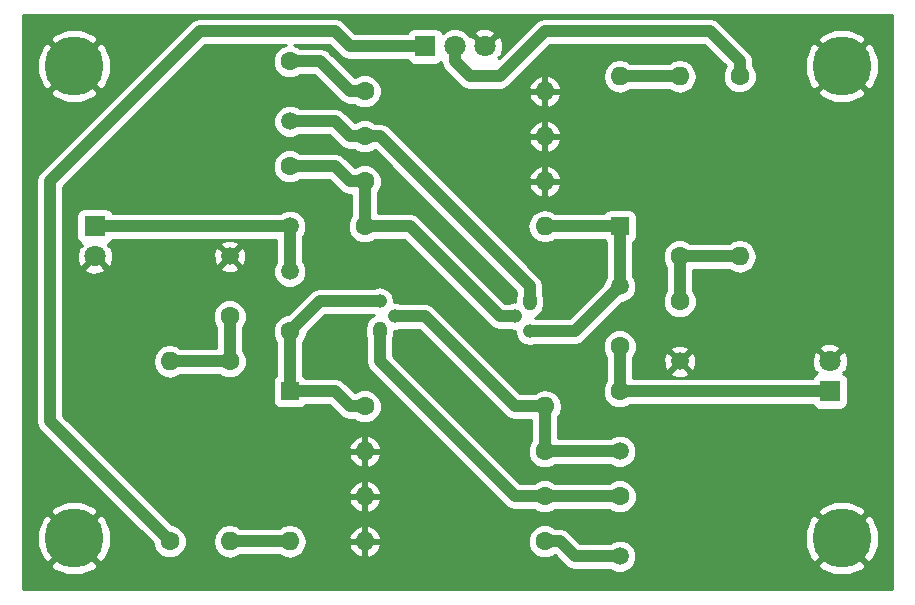
<source format=gbr>
G04 #@! TF.FileFunction,Copper,L2,Bot,Signal*
%FSLAX46Y46*%
G04 Gerber Fmt 4.6, Leading zero omitted, Abs format (unit mm)*
G04 Created by KiCad (PCBNEW 4.0.7) date 06/13/18 13:11:16*
%MOMM*%
%LPD*%
G01*
G04 APERTURE LIST*
%ADD10C,0.100000*%
%ADD11C,1.600000*%
%ADD12C,1.500000*%
%ADD13R,1.600000X1.600000*%
%ADD14O,1.600000X1.600000*%
%ADD15R,1.800000X1.800000*%
%ADD16C,1.800000*%
%ADD17O,1.200000X1.600000*%
%ADD18O,1.200000X1.200000*%
%ADD19C,5.000000*%
%ADD20C,1.000000*%
%ADD21C,0.254000*%
G04 APERTURE END LIST*
D10*
D11*
X128270000Y-63500000D03*
D12*
X128270000Y-68580000D03*
D11*
X128270000Y-77470000D03*
D12*
X128270000Y-72390000D03*
D11*
X161290000Y-74930000D03*
D12*
X161290000Y-80010000D03*
D11*
X123190000Y-76200000D03*
D12*
X123190000Y-71120000D03*
D11*
X156210000Y-91440000D03*
D12*
X156210000Y-96520000D03*
D11*
X128270000Y-54610000D03*
D12*
X128270000Y-59690000D03*
D11*
X156210000Y-78740000D03*
D12*
X156210000Y-73660000D03*
D11*
X156210000Y-82550000D03*
D12*
X156210000Y-87630000D03*
D13*
X156210000Y-68580000D03*
D14*
X156210000Y-55880000D03*
D13*
X128270000Y-82550000D03*
D14*
X128270000Y-95250000D03*
D15*
X139700000Y-53340000D03*
D16*
X142240000Y-53340000D03*
X144780000Y-53340000D03*
D15*
X111760000Y-68580000D03*
D16*
X111760000Y-71120000D03*
D15*
X173990000Y-82550000D03*
D16*
X173990000Y-80010000D03*
D17*
X148590000Y-74930000D03*
D18*
X147320000Y-76200000D03*
X148590000Y-77470000D03*
D17*
X135890000Y-77470000D03*
D18*
X137160000Y-76200000D03*
X135890000Y-74930000D03*
D11*
X166370000Y-55880000D03*
D14*
X166370000Y-71120000D03*
D11*
X118110000Y-95250000D03*
D14*
X118110000Y-80010000D03*
D11*
X134620000Y-64770000D03*
D14*
X149860000Y-64770000D03*
D11*
X149860000Y-95250000D03*
D14*
X134620000Y-95250000D03*
D11*
X161290000Y-71120000D03*
D14*
X161290000Y-55880000D03*
D11*
X134620000Y-68580000D03*
D14*
X149860000Y-68580000D03*
D11*
X123190000Y-80010000D03*
D14*
X123190000Y-95250000D03*
D11*
X134620000Y-60960000D03*
D14*
X149860000Y-60960000D03*
D11*
X149860000Y-91440000D03*
D14*
X134620000Y-91440000D03*
D11*
X134620000Y-83820000D03*
D14*
X149860000Y-83820000D03*
D11*
X134620000Y-57150000D03*
D14*
X149860000Y-57150000D03*
D11*
X149860000Y-87630000D03*
D14*
X134620000Y-87630000D03*
D19*
X110000000Y-95000000D03*
X175000000Y-95000000D03*
X110000000Y-55000000D03*
X175000000Y-55000000D03*
D20*
X134620000Y-68580000D02*
X138430000Y-68580000D01*
X146050000Y-76200000D02*
X147320000Y-76200000D01*
X138430000Y-68580000D02*
X146050000Y-76200000D01*
X134620000Y-64770000D02*
X134620000Y-68580000D01*
X128270000Y-63500000D02*
X132080000Y-63500000D01*
X133350000Y-64770000D02*
X134620000Y-64770000D01*
X132080000Y-63500000D02*
X133350000Y-64770000D01*
X128270000Y-68580000D02*
X128270000Y-72390000D01*
X111760000Y-68580000D02*
X128270000Y-68580000D01*
X128270000Y-82550000D02*
X132080000Y-82550000D01*
X133350000Y-83820000D02*
X134620000Y-83820000D01*
X132080000Y-82550000D02*
X133350000Y-83820000D01*
X128270000Y-77470000D02*
X128270000Y-82550000D01*
X135890000Y-74930000D02*
X130810000Y-74930000D01*
X130810000Y-74930000D02*
X128270000Y-77470000D01*
X161290000Y-71120000D02*
X161290000Y-74930000D01*
X166370000Y-71120000D02*
X161290000Y-71120000D01*
X123190000Y-76200000D02*
X123190000Y-80010000D01*
X118110000Y-80010000D02*
X123190000Y-80010000D01*
X149860000Y-91440000D02*
X156210000Y-91440000D01*
X135890000Y-77470000D02*
X135890000Y-80010000D01*
X147320000Y-91440000D02*
X149860000Y-91440000D01*
X135890000Y-80010000D02*
X147320000Y-91440000D01*
X156210000Y-96520000D02*
X152400000Y-96520000D01*
X151130000Y-95250000D02*
X149860000Y-95250000D01*
X152400000Y-96520000D02*
X151130000Y-95250000D01*
X128270000Y-54610000D02*
X130810000Y-54610000D01*
X133350000Y-57150000D02*
X134620000Y-57150000D01*
X130810000Y-54610000D02*
X133350000Y-57150000D01*
X148590000Y-74930000D02*
X148590000Y-73660000D01*
X135890000Y-60960000D02*
X134620000Y-60960000D01*
X148590000Y-73660000D02*
X135890000Y-60960000D01*
X128270000Y-59690000D02*
X132080000Y-59690000D01*
X133350000Y-60960000D02*
X134620000Y-60960000D01*
X132080000Y-59690000D02*
X133350000Y-60960000D01*
X156210000Y-82550000D02*
X173990000Y-82550000D01*
X156210000Y-78740000D02*
X156210000Y-82550000D01*
X148590000Y-77470000D02*
X152400000Y-77470000D01*
X152400000Y-77470000D02*
X156210000Y-73660000D01*
X156210000Y-68580000D02*
X156210000Y-73660000D01*
X156210000Y-68580000D02*
X149860000Y-68580000D01*
X149860000Y-83820000D02*
X147320000Y-83820000D01*
X139700000Y-76200000D02*
X137160000Y-76200000D01*
X147320000Y-83820000D02*
X139700000Y-76200000D01*
X156210000Y-87630000D02*
X149860000Y-87630000D01*
X149860000Y-87630000D02*
X149860000Y-83820000D01*
X156210000Y-55880000D02*
X161290000Y-55880000D01*
X123190000Y-95250000D02*
X128270000Y-95250000D01*
X139700000Y-53340000D02*
X133350000Y-53340000D01*
X107950000Y-85090000D02*
X118110000Y-95250000D01*
X107950000Y-64770000D02*
X107950000Y-85090000D01*
X120650000Y-52070000D02*
X107950000Y-64770000D01*
X132080000Y-52070000D02*
X120650000Y-52070000D01*
X133350000Y-53340000D02*
X132080000Y-52070000D01*
X142240000Y-53340000D02*
X142240000Y-54610000D01*
X166370000Y-54610000D02*
X166370000Y-55880000D01*
X163830000Y-52070000D02*
X166370000Y-54610000D01*
X149860000Y-52070000D02*
X163830000Y-52070000D01*
X146050000Y-55880000D02*
X149860000Y-52070000D01*
X143510000Y-55880000D02*
X146050000Y-55880000D01*
X142240000Y-54610000D02*
X143510000Y-55880000D01*
D21*
G36*
X179290000Y-99290000D02*
X105710000Y-99290000D01*
X105710000Y-97235880D01*
X107943725Y-97235880D01*
X108225421Y-97658564D01*
X109377892Y-98135294D01*
X110625072Y-98134705D01*
X111774579Y-97658564D01*
X112056275Y-97235880D01*
X110000000Y-95179605D01*
X107943725Y-97235880D01*
X105710000Y-97235880D01*
X105710000Y-94377892D01*
X106864706Y-94377892D01*
X106865295Y-95625072D01*
X107341436Y-96774579D01*
X107764120Y-97056275D01*
X109820395Y-95000000D01*
X110179605Y-95000000D01*
X112235880Y-97056275D01*
X112658564Y-96774579D01*
X113135294Y-95622108D01*
X113134705Y-94374928D01*
X112658564Y-93225421D01*
X112235880Y-92943725D01*
X110179605Y-95000000D01*
X109820395Y-95000000D01*
X107764120Y-92943725D01*
X107341436Y-93225421D01*
X106864706Y-94377892D01*
X105710000Y-94377892D01*
X105710000Y-92764120D01*
X107943725Y-92764120D01*
X110000000Y-94820395D01*
X112056275Y-92764120D01*
X111774579Y-92341436D01*
X110622108Y-91864706D01*
X109374928Y-91865295D01*
X108225421Y-92341436D01*
X107943725Y-92764120D01*
X105710000Y-92764120D01*
X105710000Y-64770000D01*
X106815000Y-64770000D01*
X106815000Y-85090000D01*
X106901397Y-85524346D01*
X107147434Y-85892566D01*
X116674852Y-95419984D01*
X116674752Y-95534187D01*
X116892757Y-96061800D01*
X117296077Y-96465824D01*
X117823309Y-96684750D01*
X118394187Y-96685248D01*
X118921800Y-96467243D01*
X119325824Y-96063923D01*
X119544750Y-95536691D01*
X119545024Y-95221887D01*
X121755000Y-95221887D01*
X121755000Y-95278113D01*
X121864233Y-95827264D01*
X122175302Y-96292811D01*
X122640849Y-96603880D01*
X123190000Y-96713113D01*
X123739151Y-96603880D01*
X124066728Y-96385000D01*
X127393272Y-96385000D01*
X127720849Y-96603880D01*
X128270000Y-96713113D01*
X128819151Y-96603880D01*
X129284698Y-96292811D01*
X129595767Y-95827264D01*
X129641163Y-95599039D01*
X133228096Y-95599039D01*
X133388959Y-95987423D01*
X133764866Y-96402389D01*
X134270959Y-96641914D01*
X134493000Y-96520629D01*
X134493000Y-95377000D01*
X134747000Y-95377000D01*
X134747000Y-96520629D01*
X134969041Y-96641914D01*
X135475134Y-96402389D01*
X135851041Y-95987423D01*
X136011904Y-95599039D01*
X135976275Y-95534187D01*
X148424752Y-95534187D01*
X148642757Y-96061800D01*
X149046077Y-96465824D01*
X149573309Y-96684750D01*
X150144187Y-96685248D01*
X150671800Y-96467243D01*
X150706986Y-96432118D01*
X151597434Y-97322566D01*
X151965654Y-97568603D01*
X152400000Y-97655000D01*
X155386042Y-97655000D01*
X155424436Y-97693461D01*
X155933298Y-97904759D01*
X156484285Y-97905240D01*
X156993515Y-97694831D01*
X157383461Y-97305564D01*
X157412396Y-97235880D01*
X172943725Y-97235880D01*
X173225421Y-97658564D01*
X174377892Y-98135294D01*
X175625072Y-98134705D01*
X176774579Y-97658564D01*
X177056275Y-97235880D01*
X175000000Y-95179605D01*
X172943725Y-97235880D01*
X157412396Y-97235880D01*
X157594759Y-96796702D01*
X157595240Y-96245715D01*
X157384831Y-95736485D01*
X156995564Y-95346539D01*
X156486702Y-95135241D01*
X155935715Y-95134760D01*
X155426485Y-95345169D01*
X155386585Y-95385000D01*
X152870132Y-95385000D01*
X151932566Y-94447434D01*
X151828489Y-94377892D01*
X171864706Y-94377892D01*
X171865295Y-95625072D01*
X172341436Y-96774579D01*
X172764120Y-97056275D01*
X174820395Y-95000000D01*
X175179605Y-95000000D01*
X177235880Y-97056275D01*
X177658564Y-96774579D01*
X178135294Y-95622108D01*
X178134705Y-94374928D01*
X177658564Y-93225421D01*
X177235880Y-92943725D01*
X175179605Y-95000000D01*
X174820395Y-95000000D01*
X172764120Y-92943725D01*
X172341436Y-93225421D01*
X171864706Y-94377892D01*
X151828489Y-94377892D01*
X151824053Y-94374928D01*
X151564346Y-94201397D01*
X151130000Y-94115000D01*
X150754606Y-94115000D01*
X150673923Y-94034176D01*
X150146691Y-93815250D01*
X149575813Y-93814752D01*
X149048200Y-94032757D01*
X148644176Y-94436077D01*
X148425250Y-94963309D01*
X148424752Y-95534187D01*
X135976275Y-95534187D01*
X135889915Y-95377000D01*
X134747000Y-95377000D01*
X134493000Y-95377000D01*
X133350085Y-95377000D01*
X133228096Y-95599039D01*
X129641163Y-95599039D01*
X129705000Y-95278113D01*
X129705000Y-95221887D01*
X129641164Y-94900961D01*
X133228096Y-94900961D01*
X133350085Y-95123000D01*
X134493000Y-95123000D01*
X134493000Y-93979371D01*
X134747000Y-93979371D01*
X134747000Y-95123000D01*
X135889915Y-95123000D01*
X136011904Y-94900961D01*
X135851041Y-94512577D01*
X135475134Y-94097611D01*
X134969041Y-93858086D01*
X134747000Y-93979371D01*
X134493000Y-93979371D01*
X134270959Y-93858086D01*
X133764866Y-94097611D01*
X133388959Y-94512577D01*
X133228096Y-94900961D01*
X129641164Y-94900961D01*
X129595767Y-94672736D01*
X129284698Y-94207189D01*
X128819151Y-93896120D01*
X128270000Y-93786887D01*
X127720849Y-93896120D01*
X127393272Y-94115000D01*
X124066728Y-94115000D01*
X123739151Y-93896120D01*
X123190000Y-93786887D01*
X122640849Y-93896120D01*
X122175302Y-94207189D01*
X121864233Y-94672736D01*
X121755000Y-95221887D01*
X119545024Y-95221887D01*
X119545248Y-94965813D01*
X119327243Y-94438200D01*
X118923923Y-94034176D01*
X118396691Y-93815250D01*
X118280280Y-93815148D01*
X116254171Y-91789039D01*
X133228096Y-91789039D01*
X133388959Y-92177423D01*
X133764866Y-92592389D01*
X134270959Y-92831914D01*
X134493000Y-92710629D01*
X134493000Y-91567000D01*
X134747000Y-91567000D01*
X134747000Y-92710629D01*
X134969041Y-92831914D01*
X135475134Y-92592389D01*
X135851041Y-92177423D01*
X136011904Y-91789039D01*
X135889915Y-91567000D01*
X134747000Y-91567000D01*
X134493000Y-91567000D01*
X133350085Y-91567000D01*
X133228096Y-91789039D01*
X116254171Y-91789039D01*
X115556093Y-91090961D01*
X133228096Y-91090961D01*
X133350085Y-91313000D01*
X134493000Y-91313000D01*
X134493000Y-90169371D01*
X134747000Y-90169371D01*
X134747000Y-91313000D01*
X135889915Y-91313000D01*
X136011904Y-91090961D01*
X135851041Y-90702577D01*
X135475134Y-90287611D01*
X134969041Y-90048086D01*
X134747000Y-90169371D01*
X134493000Y-90169371D01*
X134270959Y-90048086D01*
X133764866Y-90287611D01*
X133388959Y-90702577D01*
X133228096Y-91090961D01*
X115556093Y-91090961D01*
X112444171Y-87979039D01*
X133228096Y-87979039D01*
X133388959Y-88367423D01*
X133764866Y-88782389D01*
X134270959Y-89021914D01*
X134493000Y-88900629D01*
X134493000Y-87757000D01*
X134747000Y-87757000D01*
X134747000Y-88900629D01*
X134969041Y-89021914D01*
X135475134Y-88782389D01*
X135851041Y-88367423D01*
X136011904Y-87979039D01*
X135889915Y-87757000D01*
X134747000Y-87757000D01*
X134493000Y-87757000D01*
X133350085Y-87757000D01*
X133228096Y-87979039D01*
X112444171Y-87979039D01*
X111746093Y-87280961D01*
X133228096Y-87280961D01*
X133350085Y-87503000D01*
X134493000Y-87503000D01*
X134493000Y-86359371D01*
X134747000Y-86359371D01*
X134747000Y-87503000D01*
X135889915Y-87503000D01*
X136011904Y-87280961D01*
X135851041Y-86892577D01*
X135475134Y-86477611D01*
X134969041Y-86238086D01*
X134747000Y-86359371D01*
X134493000Y-86359371D01*
X134270959Y-86238086D01*
X133764866Y-86477611D01*
X133388959Y-86892577D01*
X133228096Y-87280961D01*
X111746093Y-87280961D01*
X109085000Y-84619868D01*
X109085000Y-81750000D01*
X126822560Y-81750000D01*
X126822560Y-83350000D01*
X126866838Y-83585317D01*
X127005910Y-83801441D01*
X127218110Y-83946431D01*
X127470000Y-83997440D01*
X129070000Y-83997440D01*
X129305317Y-83953162D01*
X129521441Y-83814090D01*
X129609644Y-83685000D01*
X131609868Y-83685000D01*
X132547434Y-84622566D01*
X132915654Y-84868603D01*
X133350000Y-84955000D01*
X133725394Y-84955000D01*
X133806077Y-85035824D01*
X134333309Y-85254750D01*
X134904187Y-85255248D01*
X135431800Y-85037243D01*
X135835824Y-84633923D01*
X136054750Y-84106691D01*
X136055248Y-83535813D01*
X135837243Y-83008200D01*
X135433923Y-82604176D01*
X134906691Y-82385250D01*
X134335813Y-82384752D01*
X133808200Y-82602757D01*
X133773014Y-82637882D01*
X132882566Y-81747434D01*
X132865569Y-81736077D01*
X132514346Y-81501397D01*
X132080000Y-81415000D01*
X129609018Y-81415000D01*
X129534090Y-81298559D01*
X129405000Y-81210356D01*
X129405000Y-78364606D01*
X129485824Y-78283923D01*
X129704750Y-77756691D01*
X129704852Y-77640281D01*
X131280133Y-76065000D01*
X135372209Y-76065000D01*
X135417386Y-76095186D01*
X135431739Y-76098041D01*
X135417386Y-76100896D01*
X135016723Y-76368610D01*
X134749009Y-76769273D01*
X134655000Y-77241887D01*
X134655000Y-77698113D01*
X134749009Y-78170727D01*
X134755000Y-78179693D01*
X134755000Y-80010000D01*
X134841397Y-80444346D01*
X135080315Y-80801912D01*
X135087434Y-80812566D01*
X146517434Y-92242566D01*
X146885654Y-92488603D01*
X147320000Y-92575000D01*
X148965394Y-92575000D01*
X149046077Y-92655824D01*
X149573309Y-92874750D01*
X150144187Y-92875248D01*
X150671800Y-92657243D01*
X150754187Y-92575000D01*
X155315394Y-92575000D01*
X155396077Y-92655824D01*
X155923309Y-92874750D01*
X156494187Y-92875248D01*
X156763137Y-92764120D01*
X172943725Y-92764120D01*
X175000000Y-94820395D01*
X177056275Y-92764120D01*
X176774579Y-92341436D01*
X175622108Y-91864706D01*
X174374928Y-91865295D01*
X173225421Y-92341436D01*
X172943725Y-92764120D01*
X156763137Y-92764120D01*
X157021800Y-92657243D01*
X157425824Y-92253923D01*
X157644750Y-91726691D01*
X157645248Y-91155813D01*
X157427243Y-90628200D01*
X157023923Y-90224176D01*
X156496691Y-90005250D01*
X155925813Y-90004752D01*
X155398200Y-90222757D01*
X155315813Y-90305000D01*
X150754606Y-90305000D01*
X150673923Y-90224176D01*
X150146691Y-90005250D01*
X149575813Y-90004752D01*
X149048200Y-90222757D01*
X148965813Y-90305000D01*
X147790132Y-90305000D01*
X137025000Y-79539868D01*
X137025000Y-78179693D01*
X137030991Y-78170727D01*
X137125000Y-77698113D01*
X137125000Y-77452233D01*
X137160000Y-77459195D01*
X137632614Y-77365186D01*
X137677791Y-77335000D01*
X139229868Y-77335000D01*
X146517434Y-84622566D01*
X146885654Y-84868603D01*
X147320000Y-84955000D01*
X148725000Y-84955000D01*
X148725000Y-86735394D01*
X148644176Y-86816077D01*
X148425250Y-87343309D01*
X148424752Y-87914187D01*
X148642757Y-88441800D01*
X149046077Y-88845824D01*
X149573309Y-89064750D01*
X150144187Y-89065248D01*
X150671800Y-88847243D01*
X150754187Y-88765000D01*
X155386042Y-88765000D01*
X155424436Y-88803461D01*
X155933298Y-89014759D01*
X156484285Y-89015240D01*
X156993515Y-88804831D01*
X157383461Y-88415564D01*
X157594759Y-87906702D01*
X157595240Y-87355715D01*
X157384831Y-86846485D01*
X156995564Y-86456539D01*
X156486702Y-86245241D01*
X155935715Y-86244760D01*
X155426485Y-86455169D01*
X155386585Y-86495000D01*
X150995000Y-86495000D01*
X150995000Y-84696728D01*
X151213880Y-84369151D01*
X151323113Y-83820000D01*
X151213880Y-83270849D01*
X150902811Y-82805302D01*
X150437264Y-82494233D01*
X149888113Y-82385000D01*
X149831887Y-82385000D01*
X149282736Y-82494233D01*
X148997233Y-82685000D01*
X147790132Y-82685000D01*
X144129319Y-79024187D01*
X154774752Y-79024187D01*
X154992757Y-79551800D01*
X155075000Y-79634187D01*
X155075000Y-81655394D01*
X154994176Y-81736077D01*
X154775250Y-82263309D01*
X154774752Y-82834187D01*
X154992757Y-83361800D01*
X155396077Y-83765824D01*
X155923309Y-83984750D01*
X156494187Y-83985248D01*
X157021800Y-83767243D01*
X157104187Y-83685000D01*
X172486778Y-83685000D01*
X172486838Y-83685317D01*
X172625910Y-83901441D01*
X172838110Y-84046431D01*
X173090000Y-84097440D01*
X174890000Y-84097440D01*
X175125317Y-84053162D01*
X175341441Y-83914090D01*
X175486431Y-83701890D01*
X175537440Y-83450000D01*
X175537440Y-81650000D01*
X175493162Y-81414683D01*
X175354090Y-81198559D01*
X175150426Y-81059402D01*
X175184718Y-81025110D01*
X175070161Y-80910553D01*
X175326643Y-80824148D01*
X175536458Y-80250664D01*
X175510839Y-79640540D01*
X175326643Y-79195852D01*
X175070159Y-79109446D01*
X174169605Y-80010000D01*
X174183748Y-80024143D01*
X174004143Y-80203748D01*
X173990000Y-80189605D01*
X173975858Y-80203748D01*
X173796253Y-80024143D01*
X173810395Y-80010000D01*
X172909841Y-79109446D01*
X172653357Y-79195852D01*
X172443542Y-79769336D01*
X172469161Y-80379460D01*
X172653357Y-80824148D01*
X172909839Y-80910553D01*
X172795282Y-81025110D01*
X172831760Y-81061588D01*
X172638559Y-81185910D01*
X172493569Y-81398110D01*
X172490149Y-81415000D01*
X157345000Y-81415000D01*
X157345000Y-80981517D01*
X160498088Y-80981517D01*
X160566077Y-81222460D01*
X161085171Y-81407201D01*
X161635448Y-81379230D01*
X162013923Y-81222460D01*
X162081912Y-80981517D01*
X161290000Y-80189605D01*
X160498088Y-80981517D01*
X157345000Y-80981517D01*
X157345000Y-79805171D01*
X159892799Y-79805171D01*
X159920770Y-80355448D01*
X160077540Y-80733923D01*
X160318483Y-80801912D01*
X161110395Y-80010000D01*
X161469605Y-80010000D01*
X162261517Y-80801912D01*
X162502460Y-80733923D01*
X162687201Y-80214829D01*
X162659230Y-79664552D01*
X162502460Y-79286077D01*
X162261517Y-79218088D01*
X161469605Y-80010000D01*
X161110395Y-80010000D01*
X160318483Y-79218088D01*
X160077540Y-79286077D01*
X159892799Y-79805171D01*
X157345000Y-79805171D01*
X157345000Y-79634606D01*
X157425824Y-79553923D01*
X157639853Y-79038483D01*
X160498088Y-79038483D01*
X161290000Y-79830395D01*
X162081912Y-79038483D01*
X162051256Y-78929841D01*
X173089446Y-78929841D01*
X173990000Y-79830395D01*
X174890554Y-78929841D01*
X174804148Y-78673357D01*
X174230664Y-78463542D01*
X173620540Y-78489161D01*
X173175852Y-78673357D01*
X173089446Y-78929841D01*
X162051256Y-78929841D01*
X162013923Y-78797540D01*
X161494829Y-78612799D01*
X160944552Y-78640770D01*
X160566077Y-78797540D01*
X160498088Y-79038483D01*
X157639853Y-79038483D01*
X157644750Y-79026691D01*
X157645248Y-78455813D01*
X157427243Y-77928200D01*
X157023923Y-77524176D01*
X156496691Y-77305250D01*
X155925813Y-77304752D01*
X155398200Y-77522757D01*
X154994176Y-77926077D01*
X154775250Y-78453309D01*
X154774752Y-79024187D01*
X144129319Y-79024187D01*
X140502566Y-75397434D01*
X140232065Y-75216691D01*
X140134346Y-75151397D01*
X139700000Y-75065000D01*
X137677791Y-75065000D01*
X137632614Y-75034814D01*
X137160000Y-74940805D01*
X137125000Y-74947767D01*
X137125000Y-74905805D01*
X137030991Y-74433191D01*
X136763277Y-74032528D01*
X136362614Y-73764814D01*
X135890000Y-73670805D01*
X135417386Y-73764814D01*
X135372209Y-73795000D01*
X130810000Y-73795000D01*
X130375654Y-73881397D01*
X130007433Y-74127434D01*
X128100016Y-76034852D01*
X127985813Y-76034752D01*
X127458200Y-76252757D01*
X127054176Y-76656077D01*
X126835250Y-77183309D01*
X126834752Y-77754187D01*
X127052757Y-78281800D01*
X127135000Y-78364187D01*
X127135000Y-81210982D01*
X127018559Y-81285910D01*
X126873569Y-81498110D01*
X126822560Y-81750000D01*
X109085000Y-81750000D01*
X109085000Y-79981887D01*
X116675000Y-79981887D01*
X116675000Y-80038113D01*
X116784233Y-80587264D01*
X117095302Y-81052811D01*
X117560849Y-81363880D01*
X118110000Y-81473113D01*
X118659151Y-81363880D01*
X118986728Y-81145000D01*
X122295394Y-81145000D01*
X122376077Y-81225824D01*
X122903309Y-81444750D01*
X123474187Y-81445248D01*
X124001800Y-81227243D01*
X124405824Y-80823923D01*
X124624750Y-80296691D01*
X124625248Y-79725813D01*
X124407243Y-79198200D01*
X124325000Y-79115813D01*
X124325000Y-77094606D01*
X124405824Y-77013923D01*
X124624750Y-76486691D01*
X124625248Y-75915813D01*
X124407243Y-75388200D01*
X124003923Y-74984176D01*
X123476691Y-74765250D01*
X122905813Y-74764752D01*
X122378200Y-74982757D01*
X121974176Y-75386077D01*
X121755250Y-75913309D01*
X121754752Y-76484187D01*
X121972757Y-77011800D01*
X122055000Y-77094187D01*
X122055000Y-78875000D01*
X118986728Y-78875000D01*
X118659151Y-78656120D01*
X118110000Y-78546887D01*
X117560849Y-78656120D01*
X117095302Y-78967189D01*
X116784233Y-79432736D01*
X116675000Y-79981887D01*
X109085000Y-79981887D01*
X109085000Y-72200159D01*
X110859446Y-72200159D01*
X110945852Y-72456643D01*
X111519336Y-72666458D01*
X112129460Y-72640839D01*
X112574148Y-72456643D01*
X112660554Y-72200159D01*
X112551912Y-72091517D01*
X122398088Y-72091517D01*
X122466077Y-72332460D01*
X122985171Y-72517201D01*
X123535448Y-72489230D01*
X123913923Y-72332460D01*
X123981912Y-72091517D01*
X123190000Y-71299605D01*
X122398088Y-72091517D01*
X112551912Y-72091517D01*
X111760000Y-71299605D01*
X110859446Y-72200159D01*
X109085000Y-72200159D01*
X109085000Y-67680000D01*
X110212560Y-67680000D01*
X110212560Y-69480000D01*
X110256838Y-69715317D01*
X110395910Y-69931441D01*
X110599574Y-70070598D01*
X110565282Y-70104890D01*
X110679839Y-70219447D01*
X110423357Y-70305852D01*
X110213542Y-70879336D01*
X110239161Y-71489460D01*
X110423357Y-71934148D01*
X110679841Y-72020554D01*
X111580395Y-71120000D01*
X111566253Y-71105858D01*
X111745858Y-70926253D01*
X111760000Y-70940395D01*
X111774143Y-70926253D01*
X111953748Y-71105858D01*
X111939605Y-71120000D01*
X112840159Y-72020554D01*
X113096643Y-71934148D01*
X113306458Y-71360664D01*
X113287752Y-70915171D01*
X121792799Y-70915171D01*
X121820770Y-71465448D01*
X121977540Y-71843923D01*
X122218483Y-71911912D01*
X123010395Y-71120000D01*
X123369605Y-71120000D01*
X124161517Y-71911912D01*
X124402460Y-71843923D01*
X124587201Y-71324829D01*
X124559230Y-70774552D01*
X124402460Y-70396077D01*
X124161517Y-70328088D01*
X123369605Y-71120000D01*
X123010395Y-71120000D01*
X122218483Y-70328088D01*
X121977540Y-70396077D01*
X121792799Y-70915171D01*
X113287752Y-70915171D01*
X113280839Y-70750540D01*
X113096643Y-70305852D01*
X112840161Y-70219447D01*
X112911125Y-70148483D01*
X122398088Y-70148483D01*
X123190000Y-70940395D01*
X123981912Y-70148483D01*
X123913923Y-69907540D01*
X123394829Y-69722799D01*
X122844552Y-69750770D01*
X122466077Y-69907540D01*
X122398088Y-70148483D01*
X112911125Y-70148483D01*
X112954718Y-70104890D01*
X112918240Y-70068412D01*
X113111441Y-69944090D01*
X113256431Y-69731890D01*
X113259851Y-69715000D01*
X127135000Y-69715000D01*
X127135000Y-71566042D01*
X127096539Y-71604436D01*
X126885241Y-72113298D01*
X126884760Y-72664285D01*
X127095169Y-73173515D01*
X127484436Y-73563461D01*
X127993298Y-73774759D01*
X128544285Y-73775240D01*
X129053515Y-73564831D01*
X129443461Y-73175564D01*
X129654759Y-72666702D01*
X129655240Y-72115715D01*
X129444831Y-71606485D01*
X129405000Y-71566585D01*
X129405000Y-69403958D01*
X129443461Y-69365564D01*
X129654759Y-68856702D01*
X129655240Y-68305715D01*
X129444831Y-67796485D01*
X129055564Y-67406539D01*
X128546702Y-67195241D01*
X127995715Y-67194760D01*
X127486485Y-67405169D01*
X127446585Y-67445000D01*
X113263222Y-67445000D01*
X113263162Y-67444683D01*
X113124090Y-67228559D01*
X112911890Y-67083569D01*
X112660000Y-67032560D01*
X110860000Y-67032560D01*
X110624683Y-67076838D01*
X110408559Y-67215910D01*
X110263569Y-67428110D01*
X110212560Y-67680000D01*
X109085000Y-67680000D01*
X109085000Y-65240132D01*
X110540945Y-63784187D01*
X126834752Y-63784187D01*
X127052757Y-64311800D01*
X127456077Y-64715824D01*
X127983309Y-64934750D01*
X128554187Y-64935248D01*
X129081800Y-64717243D01*
X129164187Y-64635000D01*
X131609868Y-64635000D01*
X132547434Y-65572566D01*
X132915654Y-65818603D01*
X133350000Y-65905000D01*
X133485000Y-65905000D01*
X133485000Y-67685394D01*
X133404176Y-67766077D01*
X133185250Y-68293309D01*
X133184752Y-68864187D01*
X133402757Y-69391800D01*
X133806077Y-69795824D01*
X134333309Y-70014750D01*
X134904187Y-70015248D01*
X135431800Y-69797243D01*
X135514187Y-69715000D01*
X137959868Y-69715000D01*
X145247434Y-77002566D01*
X145615654Y-77248603D01*
X146050000Y-77335000D01*
X146802209Y-77335000D01*
X146847386Y-77365186D01*
X147320000Y-77459195D01*
X147355000Y-77452233D01*
X147355000Y-77494195D01*
X147449009Y-77966809D01*
X147716723Y-78367472D01*
X148117386Y-78635186D01*
X148590000Y-78729195D01*
X149062614Y-78635186D01*
X149107791Y-78605000D01*
X152400000Y-78605000D01*
X152834346Y-78518603D01*
X153202566Y-78272566D01*
X156429939Y-75045193D01*
X156484285Y-75045240D01*
X156993515Y-74834831D01*
X157383461Y-74445564D01*
X157594759Y-73936702D01*
X157595240Y-73385715D01*
X157384831Y-72876485D01*
X157345000Y-72836585D01*
X157345000Y-71404187D01*
X159854752Y-71404187D01*
X160072757Y-71931800D01*
X160155000Y-72014187D01*
X160155000Y-74035394D01*
X160074176Y-74116077D01*
X159855250Y-74643309D01*
X159854752Y-75214187D01*
X160072757Y-75741800D01*
X160476077Y-76145824D01*
X161003309Y-76364750D01*
X161574187Y-76365248D01*
X162101800Y-76147243D01*
X162505824Y-75743923D01*
X162724750Y-75216691D01*
X162725248Y-74645813D01*
X162507243Y-74118200D01*
X162425000Y-74035813D01*
X162425000Y-72255000D01*
X165493272Y-72255000D01*
X165820849Y-72473880D01*
X166370000Y-72583113D01*
X166919151Y-72473880D01*
X167384698Y-72162811D01*
X167695767Y-71697264D01*
X167805000Y-71148113D01*
X167805000Y-71091887D01*
X167695767Y-70542736D01*
X167384698Y-70077189D01*
X166919151Y-69766120D01*
X166370000Y-69656887D01*
X165820849Y-69766120D01*
X165493272Y-69985000D01*
X162184606Y-69985000D01*
X162103923Y-69904176D01*
X161576691Y-69685250D01*
X161005813Y-69684752D01*
X160478200Y-69902757D01*
X160074176Y-70306077D01*
X159855250Y-70833309D01*
X159854752Y-71404187D01*
X157345000Y-71404187D01*
X157345000Y-69919018D01*
X157461441Y-69844090D01*
X157606431Y-69631890D01*
X157657440Y-69380000D01*
X157657440Y-67780000D01*
X157613162Y-67544683D01*
X157474090Y-67328559D01*
X157261890Y-67183569D01*
X157010000Y-67132560D01*
X155410000Y-67132560D01*
X155174683Y-67176838D01*
X154958559Y-67315910D01*
X154870356Y-67445000D01*
X150722767Y-67445000D01*
X150437264Y-67254233D01*
X149888113Y-67145000D01*
X149831887Y-67145000D01*
X149282736Y-67254233D01*
X148817189Y-67565302D01*
X148506120Y-68030849D01*
X148396887Y-68580000D01*
X148506120Y-69129151D01*
X148817189Y-69594698D01*
X149282736Y-69905767D01*
X149831887Y-70015000D01*
X149888113Y-70015000D01*
X150437264Y-69905767D01*
X150722767Y-69715000D01*
X154870982Y-69715000D01*
X154945910Y-69831441D01*
X155075000Y-69919644D01*
X155075000Y-72836042D01*
X155036539Y-72874436D01*
X154825241Y-73383298D01*
X154825192Y-73439676D01*
X151929868Y-76335000D01*
X149107791Y-76335000D01*
X149062614Y-76304814D01*
X149048261Y-76301959D01*
X149062614Y-76299104D01*
X149463277Y-76031390D01*
X149730991Y-75630727D01*
X149825000Y-75158113D01*
X149825000Y-74701887D01*
X149730991Y-74229273D01*
X149725000Y-74220307D01*
X149725000Y-73660000D01*
X149638603Y-73225654D01*
X149392566Y-72857434D01*
X141654171Y-65119039D01*
X148468096Y-65119039D01*
X148628959Y-65507423D01*
X149004866Y-65922389D01*
X149510959Y-66161914D01*
X149733000Y-66040629D01*
X149733000Y-64897000D01*
X149987000Y-64897000D01*
X149987000Y-66040629D01*
X150209041Y-66161914D01*
X150715134Y-65922389D01*
X151091041Y-65507423D01*
X151251904Y-65119039D01*
X151129915Y-64897000D01*
X149987000Y-64897000D01*
X149733000Y-64897000D01*
X148590085Y-64897000D01*
X148468096Y-65119039D01*
X141654171Y-65119039D01*
X140956093Y-64420961D01*
X148468096Y-64420961D01*
X148590085Y-64643000D01*
X149733000Y-64643000D01*
X149733000Y-63499371D01*
X149987000Y-63499371D01*
X149987000Y-64643000D01*
X151129915Y-64643000D01*
X151251904Y-64420961D01*
X151091041Y-64032577D01*
X150715134Y-63617611D01*
X150209041Y-63378086D01*
X149987000Y-63499371D01*
X149733000Y-63499371D01*
X149510959Y-63378086D01*
X149004866Y-63617611D01*
X148628959Y-64032577D01*
X148468096Y-64420961D01*
X140956093Y-64420961D01*
X137844171Y-61309039D01*
X148468096Y-61309039D01*
X148628959Y-61697423D01*
X149004866Y-62112389D01*
X149510959Y-62351914D01*
X149733000Y-62230629D01*
X149733000Y-61087000D01*
X149987000Y-61087000D01*
X149987000Y-62230629D01*
X150209041Y-62351914D01*
X150715134Y-62112389D01*
X151091041Y-61697423D01*
X151251904Y-61309039D01*
X151129915Y-61087000D01*
X149987000Y-61087000D01*
X149733000Y-61087000D01*
X148590085Y-61087000D01*
X148468096Y-61309039D01*
X137844171Y-61309039D01*
X137146093Y-60610961D01*
X148468096Y-60610961D01*
X148590085Y-60833000D01*
X149733000Y-60833000D01*
X149733000Y-59689371D01*
X149987000Y-59689371D01*
X149987000Y-60833000D01*
X151129915Y-60833000D01*
X151251904Y-60610961D01*
X151091041Y-60222577D01*
X150715134Y-59807611D01*
X150209041Y-59568086D01*
X149987000Y-59689371D01*
X149733000Y-59689371D01*
X149510959Y-59568086D01*
X149004866Y-59807611D01*
X148628959Y-60222577D01*
X148468096Y-60610961D01*
X137146093Y-60610961D01*
X136692566Y-60157434D01*
X136643045Y-60124345D01*
X136324346Y-59911397D01*
X135890000Y-59825000D01*
X135514606Y-59825000D01*
X135433923Y-59744176D01*
X134906691Y-59525250D01*
X134335813Y-59524752D01*
X133808200Y-59742757D01*
X133773014Y-59777882D01*
X132882566Y-58887434D01*
X132514346Y-58641397D01*
X132080000Y-58555000D01*
X129093958Y-58555000D01*
X129055564Y-58516539D01*
X128546702Y-58305241D01*
X127995715Y-58304760D01*
X127486485Y-58515169D01*
X127096539Y-58904436D01*
X126885241Y-59413298D01*
X126884760Y-59964285D01*
X127095169Y-60473515D01*
X127484436Y-60863461D01*
X127993298Y-61074759D01*
X128544285Y-61075240D01*
X129053515Y-60864831D01*
X129093415Y-60825000D01*
X131609868Y-60825000D01*
X132547434Y-61762566D01*
X132915654Y-62008603D01*
X133350000Y-62095000D01*
X133725394Y-62095000D01*
X133806077Y-62175824D01*
X134333309Y-62394750D01*
X134904187Y-62395248D01*
X135431800Y-62177243D01*
X135466986Y-62142118D01*
X147455000Y-74130132D01*
X147455000Y-74220307D01*
X147449009Y-74229273D01*
X147355000Y-74701887D01*
X147355000Y-74947767D01*
X147320000Y-74940805D01*
X146847386Y-75034814D01*
X146802209Y-75065000D01*
X146520132Y-75065000D01*
X139232566Y-67777434D01*
X139215569Y-67766077D01*
X138864346Y-67531397D01*
X138430000Y-67445000D01*
X135755000Y-67445000D01*
X135755000Y-65664606D01*
X135835824Y-65583923D01*
X136054750Y-65056691D01*
X136055248Y-64485813D01*
X135837243Y-63958200D01*
X135433923Y-63554176D01*
X134906691Y-63335250D01*
X134335813Y-63334752D01*
X133808200Y-63552757D01*
X133773014Y-63587882D01*
X132882566Y-62697434D01*
X132865569Y-62686077D01*
X132514346Y-62451397D01*
X132080000Y-62365000D01*
X129164606Y-62365000D01*
X129083923Y-62284176D01*
X128556691Y-62065250D01*
X127985813Y-62064752D01*
X127458200Y-62282757D01*
X127054176Y-62686077D01*
X126835250Y-63213309D01*
X126834752Y-63784187D01*
X110540945Y-63784187D01*
X121120132Y-53205000D01*
X127912607Y-53205000D01*
X127458200Y-53392757D01*
X127054176Y-53796077D01*
X126835250Y-54323309D01*
X126834752Y-54894187D01*
X127052757Y-55421800D01*
X127456077Y-55825824D01*
X127983309Y-56044750D01*
X128554187Y-56045248D01*
X129081800Y-55827243D01*
X129164187Y-55745000D01*
X130339868Y-55745000D01*
X132547433Y-57952566D01*
X132820024Y-58134705D01*
X132915654Y-58198603D01*
X133350000Y-58285000D01*
X133725394Y-58285000D01*
X133806077Y-58365824D01*
X134333309Y-58584750D01*
X134904187Y-58585248D01*
X135431800Y-58367243D01*
X135835824Y-57963923D01*
X136028860Y-57499039D01*
X148468096Y-57499039D01*
X148628959Y-57887423D01*
X149004866Y-58302389D01*
X149510959Y-58541914D01*
X149733000Y-58420629D01*
X149733000Y-57277000D01*
X149987000Y-57277000D01*
X149987000Y-58420629D01*
X150209041Y-58541914D01*
X150715134Y-58302389D01*
X151091041Y-57887423D01*
X151251904Y-57499039D01*
X151129915Y-57277000D01*
X149987000Y-57277000D01*
X149733000Y-57277000D01*
X148590085Y-57277000D01*
X148468096Y-57499039D01*
X136028860Y-57499039D01*
X136054750Y-57436691D01*
X136055248Y-56865813D01*
X135837243Y-56338200D01*
X135433923Y-55934176D01*
X134906691Y-55715250D01*
X134335813Y-55714752D01*
X133808200Y-55932757D01*
X133773014Y-55967881D01*
X131612566Y-53807434D01*
X131563045Y-53774345D01*
X131244346Y-53561397D01*
X130810000Y-53475000D01*
X129164606Y-53475000D01*
X129083923Y-53394176D01*
X128628337Y-53205000D01*
X131609868Y-53205000D01*
X132547434Y-54142566D01*
X132915654Y-54388603D01*
X133350000Y-54475000D01*
X138196778Y-54475000D01*
X138196838Y-54475317D01*
X138335910Y-54691441D01*
X138548110Y-54836431D01*
X138800000Y-54887440D01*
X140600000Y-54887440D01*
X140835317Y-54843162D01*
X141051441Y-54704090D01*
X141107419Y-54622163D01*
X141191397Y-55044346D01*
X141364048Y-55302736D01*
X141437434Y-55412566D01*
X142707434Y-56682566D01*
X143075654Y-56928603D01*
X143510000Y-57015000D01*
X146050000Y-57015000D01*
X146484346Y-56928603D01*
X146675375Y-56800961D01*
X148468096Y-56800961D01*
X148590085Y-57023000D01*
X149733000Y-57023000D01*
X149733000Y-55879371D01*
X149987000Y-55879371D01*
X149987000Y-57023000D01*
X151129915Y-57023000D01*
X151251904Y-56800961D01*
X151091041Y-56412577D01*
X150715134Y-55997611D01*
X150407234Y-55851887D01*
X154775000Y-55851887D01*
X154775000Y-55908113D01*
X154884233Y-56457264D01*
X155195302Y-56922811D01*
X155660849Y-57233880D01*
X156210000Y-57343113D01*
X156759151Y-57233880D01*
X157086728Y-57015000D01*
X160413272Y-57015000D01*
X160740849Y-57233880D01*
X161290000Y-57343113D01*
X161839151Y-57233880D01*
X162304698Y-56922811D01*
X162615767Y-56457264D01*
X162725000Y-55908113D01*
X162725000Y-55851887D01*
X162615767Y-55302736D01*
X162304698Y-54837189D01*
X161839151Y-54526120D01*
X161290000Y-54416887D01*
X160740849Y-54526120D01*
X160413272Y-54745000D01*
X157086728Y-54745000D01*
X156759151Y-54526120D01*
X156210000Y-54416887D01*
X155660849Y-54526120D01*
X155195302Y-54837189D01*
X154884233Y-55302736D01*
X154775000Y-55851887D01*
X150407234Y-55851887D01*
X150209041Y-55758086D01*
X149987000Y-55879371D01*
X149733000Y-55879371D01*
X149510959Y-55758086D01*
X149004866Y-55997611D01*
X148628959Y-56412577D01*
X148468096Y-56800961D01*
X146675375Y-56800961D01*
X146852566Y-56682566D01*
X150330132Y-53205000D01*
X163359868Y-53205000D01*
X165187589Y-55032722D01*
X165154176Y-55066077D01*
X164935250Y-55593309D01*
X164934752Y-56164187D01*
X165152757Y-56691800D01*
X165556077Y-57095824D01*
X166083309Y-57314750D01*
X166654187Y-57315248D01*
X166846272Y-57235880D01*
X172943725Y-57235880D01*
X173225421Y-57658564D01*
X174377892Y-58135294D01*
X175625072Y-58134705D01*
X176774579Y-57658564D01*
X177056275Y-57235880D01*
X175000000Y-55179605D01*
X172943725Y-57235880D01*
X166846272Y-57235880D01*
X167181800Y-57097243D01*
X167585824Y-56693923D01*
X167804750Y-56166691D01*
X167805248Y-55595813D01*
X167587243Y-55068200D01*
X167505000Y-54985813D01*
X167505000Y-54610000D01*
X167458831Y-54377892D01*
X171864706Y-54377892D01*
X171865295Y-55625072D01*
X172341436Y-56774579D01*
X172764120Y-57056275D01*
X174820395Y-55000000D01*
X175179605Y-55000000D01*
X177235880Y-57056275D01*
X177658564Y-56774579D01*
X178135294Y-55622108D01*
X178134705Y-54374928D01*
X177658564Y-53225421D01*
X177235880Y-52943725D01*
X175179605Y-55000000D01*
X174820395Y-55000000D01*
X172764120Y-52943725D01*
X172341436Y-53225421D01*
X171864706Y-54377892D01*
X167458831Y-54377892D01*
X167418603Y-54175654D01*
X167396494Y-54142566D01*
X167172566Y-53807433D01*
X166129253Y-52764120D01*
X172943725Y-52764120D01*
X175000000Y-54820395D01*
X177056275Y-52764120D01*
X176774579Y-52341436D01*
X175622108Y-51864706D01*
X174374928Y-51865295D01*
X173225421Y-52341436D01*
X172943725Y-52764120D01*
X166129253Y-52764120D01*
X164632566Y-51267434D01*
X164264346Y-51021397D01*
X163830000Y-50935000D01*
X149860000Y-50935000D01*
X149425655Y-51021396D01*
X149057434Y-51267434D01*
X145972238Y-54352630D01*
X145860161Y-54240553D01*
X146116643Y-54154148D01*
X146326458Y-53580664D01*
X146300839Y-52970540D01*
X146116643Y-52525852D01*
X145860159Y-52439446D01*
X144959605Y-53340000D01*
X144973748Y-53354143D01*
X144794143Y-53533748D01*
X144780000Y-53519605D01*
X144765858Y-53533748D01*
X144586253Y-53354143D01*
X144600395Y-53340000D01*
X143699841Y-52439446D01*
X143549673Y-52490035D01*
X143542068Y-52471629D01*
X143330650Y-52259841D01*
X143879446Y-52259841D01*
X144780000Y-53160395D01*
X145680554Y-52259841D01*
X145594148Y-52003357D01*
X145020664Y-51793542D01*
X144410540Y-51819161D01*
X143965852Y-52003357D01*
X143879446Y-52259841D01*
X143330650Y-52259841D01*
X143110643Y-52039449D01*
X142546670Y-51805267D01*
X141936009Y-51804735D01*
X141371629Y-52037932D01*
X141203387Y-52205880D01*
X141203162Y-52204683D01*
X141064090Y-51988559D01*
X140851890Y-51843569D01*
X140600000Y-51792560D01*
X138800000Y-51792560D01*
X138564683Y-51836838D01*
X138348559Y-51975910D01*
X138203569Y-52188110D01*
X138200149Y-52205000D01*
X133820132Y-52205000D01*
X132882566Y-51267434D01*
X132514346Y-51021397D01*
X132080000Y-50935000D01*
X120650000Y-50935000D01*
X120215654Y-51021397D01*
X119847434Y-51267434D01*
X107147434Y-63967434D01*
X106901397Y-64335654D01*
X106815000Y-64770000D01*
X105710000Y-64770000D01*
X105710000Y-57235880D01*
X107943725Y-57235880D01*
X108225421Y-57658564D01*
X109377892Y-58135294D01*
X110625072Y-58134705D01*
X111774579Y-57658564D01*
X112056275Y-57235880D01*
X110000000Y-55179605D01*
X107943725Y-57235880D01*
X105710000Y-57235880D01*
X105710000Y-54377892D01*
X106864706Y-54377892D01*
X106865295Y-55625072D01*
X107341436Y-56774579D01*
X107764120Y-57056275D01*
X109820395Y-55000000D01*
X110179605Y-55000000D01*
X112235880Y-57056275D01*
X112658564Y-56774579D01*
X113135294Y-55622108D01*
X113134705Y-54374928D01*
X112658564Y-53225421D01*
X112235880Y-52943725D01*
X110179605Y-55000000D01*
X109820395Y-55000000D01*
X107764120Y-52943725D01*
X107341436Y-53225421D01*
X106864706Y-54377892D01*
X105710000Y-54377892D01*
X105710000Y-52764120D01*
X107943725Y-52764120D01*
X110000000Y-54820395D01*
X112056275Y-52764120D01*
X111774579Y-52341436D01*
X110622108Y-51864706D01*
X109374928Y-51865295D01*
X108225421Y-52341436D01*
X107943725Y-52764120D01*
X105710000Y-52764120D01*
X105710000Y-50710000D01*
X179290000Y-50710000D01*
X179290000Y-99290000D01*
X179290000Y-99290000D01*
G37*
X179290000Y-99290000D02*
X105710000Y-99290000D01*
X105710000Y-97235880D01*
X107943725Y-97235880D01*
X108225421Y-97658564D01*
X109377892Y-98135294D01*
X110625072Y-98134705D01*
X111774579Y-97658564D01*
X112056275Y-97235880D01*
X110000000Y-95179605D01*
X107943725Y-97235880D01*
X105710000Y-97235880D01*
X105710000Y-94377892D01*
X106864706Y-94377892D01*
X106865295Y-95625072D01*
X107341436Y-96774579D01*
X107764120Y-97056275D01*
X109820395Y-95000000D01*
X110179605Y-95000000D01*
X112235880Y-97056275D01*
X112658564Y-96774579D01*
X113135294Y-95622108D01*
X113134705Y-94374928D01*
X112658564Y-93225421D01*
X112235880Y-92943725D01*
X110179605Y-95000000D01*
X109820395Y-95000000D01*
X107764120Y-92943725D01*
X107341436Y-93225421D01*
X106864706Y-94377892D01*
X105710000Y-94377892D01*
X105710000Y-92764120D01*
X107943725Y-92764120D01*
X110000000Y-94820395D01*
X112056275Y-92764120D01*
X111774579Y-92341436D01*
X110622108Y-91864706D01*
X109374928Y-91865295D01*
X108225421Y-92341436D01*
X107943725Y-92764120D01*
X105710000Y-92764120D01*
X105710000Y-64770000D01*
X106815000Y-64770000D01*
X106815000Y-85090000D01*
X106901397Y-85524346D01*
X107147434Y-85892566D01*
X116674852Y-95419984D01*
X116674752Y-95534187D01*
X116892757Y-96061800D01*
X117296077Y-96465824D01*
X117823309Y-96684750D01*
X118394187Y-96685248D01*
X118921800Y-96467243D01*
X119325824Y-96063923D01*
X119544750Y-95536691D01*
X119545024Y-95221887D01*
X121755000Y-95221887D01*
X121755000Y-95278113D01*
X121864233Y-95827264D01*
X122175302Y-96292811D01*
X122640849Y-96603880D01*
X123190000Y-96713113D01*
X123739151Y-96603880D01*
X124066728Y-96385000D01*
X127393272Y-96385000D01*
X127720849Y-96603880D01*
X128270000Y-96713113D01*
X128819151Y-96603880D01*
X129284698Y-96292811D01*
X129595767Y-95827264D01*
X129641163Y-95599039D01*
X133228096Y-95599039D01*
X133388959Y-95987423D01*
X133764866Y-96402389D01*
X134270959Y-96641914D01*
X134493000Y-96520629D01*
X134493000Y-95377000D01*
X134747000Y-95377000D01*
X134747000Y-96520629D01*
X134969041Y-96641914D01*
X135475134Y-96402389D01*
X135851041Y-95987423D01*
X136011904Y-95599039D01*
X135976275Y-95534187D01*
X148424752Y-95534187D01*
X148642757Y-96061800D01*
X149046077Y-96465824D01*
X149573309Y-96684750D01*
X150144187Y-96685248D01*
X150671800Y-96467243D01*
X150706986Y-96432118D01*
X151597434Y-97322566D01*
X151965654Y-97568603D01*
X152400000Y-97655000D01*
X155386042Y-97655000D01*
X155424436Y-97693461D01*
X155933298Y-97904759D01*
X156484285Y-97905240D01*
X156993515Y-97694831D01*
X157383461Y-97305564D01*
X157412396Y-97235880D01*
X172943725Y-97235880D01*
X173225421Y-97658564D01*
X174377892Y-98135294D01*
X175625072Y-98134705D01*
X176774579Y-97658564D01*
X177056275Y-97235880D01*
X175000000Y-95179605D01*
X172943725Y-97235880D01*
X157412396Y-97235880D01*
X157594759Y-96796702D01*
X157595240Y-96245715D01*
X157384831Y-95736485D01*
X156995564Y-95346539D01*
X156486702Y-95135241D01*
X155935715Y-95134760D01*
X155426485Y-95345169D01*
X155386585Y-95385000D01*
X152870132Y-95385000D01*
X151932566Y-94447434D01*
X151828489Y-94377892D01*
X171864706Y-94377892D01*
X171865295Y-95625072D01*
X172341436Y-96774579D01*
X172764120Y-97056275D01*
X174820395Y-95000000D01*
X175179605Y-95000000D01*
X177235880Y-97056275D01*
X177658564Y-96774579D01*
X178135294Y-95622108D01*
X178134705Y-94374928D01*
X177658564Y-93225421D01*
X177235880Y-92943725D01*
X175179605Y-95000000D01*
X174820395Y-95000000D01*
X172764120Y-92943725D01*
X172341436Y-93225421D01*
X171864706Y-94377892D01*
X151828489Y-94377892D01*
X151824053Y-94374928D01*
X151564346Y-94201397D01*
X151130000Y-94115000D01*
X150754606Y-94115000D01*
X150673923Y-94034176D01*
X150146691Y-93815250D01*
X149575813Y-93814752D01*
X149048200Y-94032757D01*
X148644176Y-94436077D01*
X148425250Y-94963309D01*
X148424752Y-95534187D01*
X135976275Y-95534187D01*
X135889915Y-95377000D01*
X134747000Y-95377000D01*
X134493000Y-95377000D01*
X133350085Y-95377000D01*
X133228096Y-95599039D01*
X129641163Y-95599039D01*
X129705000Y-95278113D01*
X129705000Y-95221887D01*
X129641164Y-94900961D01*
X133228096Y-94900961D01*
X133350085Y-95123000D01*
X134493000Y-95123000D01*
X134493000Y-93979371D01*
X134747000Y-93979371D01*
X134747000Y-95123000D01*
X135889915Y-95123000D01*
X136011904Y-94900961D01*
X135851041Y-94512577D01*
X135475134Y-94097611D01*
X134969041Y-93858086D01*
X134747000Y-93979371D01*
X134493000Y-93979371D01*
X134270959Y-93858086D01*
X133764866Y-94097611D01*
X133388959Y-94512577D01*
X133228096Y-94900961D01*
X129641164Y-94900961D01*
X129595767Y-94672736D01*
X129284698Y-94207189D01*
X128819151Y-93896120D01*
X128270000Y-93786887D01*
X127720849Y-93896120D01*
X127393272Y-94115000D01*
X124066728Y-94115000D01*
X123739151Y-93896120D01*
X123190000Y-93786887D01*
X122640849Y-93896120D01*
X122175302Y-94207189D01*
X121864233Y-94672736D01*
X121755000Y-95221887D01*
X119545024Y-95221887D01*
X119545248Y-94965813D01*
X119327243Y-94438200D01*
X118923923Y-94034176D01*
X118396691Y-93815250D01*
X118280280Y-93815148D01*
X116254171Y-91789039D01*
X133228096Y-91789039D01*
X133388959Y-92177423D01*
X133764866Y-92592389D01*
X134270959Y-92831914D01*
X134493000Y-92710629D01*
X134493000Y-91567000D01*
X134747000Y-91567000D01*
X134747000Y-92710629D01*
X134969041Y-92831914D01*
X135475134Y-92592389D01*
X135851041Y-92177423D01*
X136011904Y-91789039D01*
X135889915Y-91567000D01*
X134747000Y-91567000D01*
X134493000Y-91567000D01*
X133350085Y-91567000D01*
X133228096Y-91789039D01*
X116254171Y-91789039D01*
X115556093Y-91090961D01*
X133228096Y-91090961D01*
X133350085Y-91313000D01*
X134493000Y-91313000D01*
X134493000Y-90169371D01*
X134747000Y-90169371D01*
X134747000Y-91313000D01*
X135889915Y-91313000D01*
X136011904Y-91090961D01*
X135851041Y-90702577D01*
X135475134Y-90287611D01*
X134969041Y-90048086D01*
X134747000Y-90169371D01*
X134493000Y-90169371D01*
X134270959Y-90048086D01*
X133764866Y-90287611D01*
X133388959Y-90702577D01*
X133228096Y-91090961D01*
X115556093Y-91090961D01*
X112444171Y-87979039D01*
X133228096Y-87979039D01*
X133388959Y-88367423D01*
X133764866Y-88782389D01*
X134270959Y-89021914D01*
X134493000Y-88900629D01*
X134493000Y-87757000D01*
X134747000Y-87757000D01*
X134747000Y-88900629D01*
X134969041Y-89021914D01*
X135475134Y-88782389D01*
X135851041Y-88367423D01*
X136011904Y-87979039D01*
X135889915Y-87757000D01*
X134747000Y-87757000D01*
X134493000Y-87757000D01*
X133350085Y-87757000D01*
X133228096Y-87979039D01*
X112444171Y-87979039D01*
X111746093Y-87280961D01*
X133228096Y-87280961D01*
X133350085Y-87503000D01*
X134493000Y-87503000D01*
X134493000Y-86359371D01*
X134747000Y-86359371D01*
X134747000Y-87503000D01*
X135889915Y-87503000D01*
X136011904Y-87280961D01*
X135851041Y-86892577D01*
X135475134Y-86477611D01*
X134969041Y-86238086D01*
X134747000Y-86359371D01*
X134493000Y-86359371D01*
X134270959Y-86238086D01*
X133764866Y-86477611D01*
X133388959Y-86892577D01*
X133228096Y-87280961D01*
X111746093Y-87280961D01*
X109085000Y-84619868D01*
X109085000Y-81750000D01*
X126822560Y-81750000D01*
X126822560Y-83350000D01*
X126866838Y-83585317D01*
X127005910Y-83801441D01*
X127218110Y-83946431D01*
X127470000Y-83997440D01*
X129070000Y-83997440D01*
X129305317Y-83953162D01*
X129521441Y-83814090D01*
X129609644Y-83685000D01*
X131609868Y-83685000D01*
X132547434Y-84622566D01*
X132915654Y-84868603D01*
X133350000Y-84955000D01*
X133725394Y-84955000D01*
X133806077Y-85035824D01*
X134333309Y-85254750D01*
X134904187Y-85255248D01*
X135431800Y-85037243D01*
X135835824Y-84633923D01*
X136054750Y-84106691D01*
X136055248Y-83535813D01*
X135837243Y-83008200D01*
X135433923Y-82604176D01*
X134906691Y-82385250D01*
X134335813Y-82384752D01*
X133808200Y-82602757D01*
X133773014Y-82637882D01*
X132882566Y-81747434D01*
X132865569Y-81736077D01*
X132514346Y-81501397D01*
X132080000Y-81415000D01*
X129609018Y-81415000D01*
X129534090Y-81298559D01*
X129405000Y-81210356D01*
X129405000Y-78364606D01*
X129485824Y-78283923D01*
X129704750Y-77756691D01*
X129704852Y-77640281D01*
X131280133Y-76065000D01*
X135372209Y-76065000D01*
X135417386Y-76095186D01*
X135431739Y-76098041D01*
X135417386Y-76100896D01*
X135016723Y-76368610D01*
X134749009Y-76769273D01*
X134655000Y-77241887D01*
X134655000Y-77698113D01*
X134749009Y-78170727D01*
X134755000Y-78179693D01*
X134755000Y-80010000D01*
X134841397Y-80444346D01*
X135080315Y-80801912D01*
X135087434Y-80812566D01*
X146517434Y-92242566D01*
X146885654Y-92488603D01*
X147320000Y-92575000D01*
X148965394Y-92575000D01*
X149046077Y-92655824D01*
X149573309Y-92874750D01*
X150144187Y-92875248D01*
X150671800Y-92657243D01*
X150754187Y-92575000D01*
X155315394Y-92575000D01*
X155396077Y-92655824D01*
X155923309Y-92874750D01*
X156494187Y-92875248D01*
X156763137Y-92764120D01*
X172943725Y-92764120D01*
X175000000Y-94820395D01*
X177056275Y-92764120D01*
X176774579Y-92341436D01*
X175622108Y-91864706D01*
X174374928Y-91865295D01*
X173225421Y-92341436D01*
X172943725Y-92764120D01*
X156763137Y-92764120D01*
X157021800Y-92657243D01*
X157425824Y-92253923D01*
X157644750Y-91726691D01*
X157645248Y-91155813D01*
X157427243Y-90628200D01*
X157023923Y-90224176D01*
X156496691Y-90005250D01*
X155925813Y-90004752D01*
X155398200Y-90222757D01*
X155315813Y-90305000D01*
X150754606Y-90305000D01*
X150673923Y-90224176D01*
X150146691Y-90005250D01*
X149575813Y-90004752D01*
X149048200Y-90222757D01*
X148965813Y-90305000D01*
X147790132Y-90305000D01*
X137025000Y-79539868D01*
X137025000Y-78179693D01*
X137030991Y-78170727D01*
X137125000Y-77698113D01*
X137125000Y-77452233D01*
X137160000Y-77459195D01*
X137632614Y-77365186D01*
X137677791Y-77335000D01*
X139229868Y-77335000D01*
X146517434Y-84622566D01*
X146885654Y-84868603D01*
X147320000Y-84955000D01*
X148725000Y-84955000D01*
X148725000Y-86735394D01*
X148644176Y-86816077D01*
X148425250Y-87343309D01*
X148424752Y-87914187D01*
X148642757Y-88441800D01*
X149046077Y-88845824D01*
X149573309Y-89064750D01*
X150144187Y-89065248D01*
X150671800Y-88847243D01*
X150754187Y-88765000D01*
X155386042Y-88765000D01*
X155424436Y-88803461D01*
X155933298Y-89014759D01*
X156484285Y-89015240D01*
X156993515Y-88804831D01*
X157383461Y-88415564D01*
X157594759Y-87906702D01*
X157595240Y-87355715D01*
X157384831Y-86846485D01*
X156995564Y-86456539D01*
X156486702Y-86245241D01*
X155935715Y-86244760D01*
X155426485Y-86455169D01*
X155386585Y-86495000D01*
X150995000Y-86495000D01*
X150995000Y-84696728D01*
X151213880Y-84369151D01*
X151323113Y-83820000D01*
X151213880Y-83270849D01*
X150902811Y-82805302D01*
X150437264Y-82494233D01*
X149888113Y-82385000D01*
X149831887Y-82385000D01*
X149282736Y-82494233D01*
X148997233Y-82685000D01*
X147790132Y-82685000D01*
X144129319Y-79024187D01*
X154774752Y-79024187D01*
X154992757Y-79551800D01*
X155075000Y-79634187D01*
X155075000Y-81655394D01*
X154994176Y-81736077D01*
X154775250Y-82263309D01*
X154774752Y-82834187D01*
X154992757Y-83361800D01*
X155396077Y-83765824D01*
X155923309Y-83984750D01*
X156494187Y-83985248D01*
X157021800Y-83767243D01*
X157104187Y-83685000D01*
X172486778Y-83685000D01*
X172486838Y-83685317D01*
X172625910Y-83901441D01*
X172838110Y-84046431D01*
X173090000Y-84097440D01*
X174890000Y-84097440D01*
X175125317Y-84053162D01*
X175341441Y-83914090D01*
X175486431Y-83701890D01*
X175537440Y-83450000D01*
X175537440Y-81650000D01*
X175493162Y-81414683D01*
X175354090Y-81198559D01*
X175150426Y-81059402D01*
X175184718Y-81025110D01*
X175070161Y-80910553D01*
X175326643Y-80824148D01*
X175536458Y-80250664D01*
X175510839Y-79640540D01*
X175326643Y-79195852D01*
X175070159Y-79109446D01*
X174169605Y-80010000D01*
X174183748Y-80024143D01*
X174004143Y-80203748D01*
X173990000Y-80189605D01*
X173975858Y-80203748D01*
X173796253Y-80024143D01*
X173810395Y-80010000D01*
X172909841Y-79109446D01*
X172653357Y-79195852D01*
X172443542Y-79769336D01*
X172469161Y-80379460D01*
X172653357Y-80824148D01*
X172909839Y-80910553D01*
X172795282Y-81025110D01*
X172831760Y-81061588D01*
X172638559Y-81185910D01*
X172493569Y-81398110D01*
X172490149Y-81415000D01*
X157345000Y-81415000D01*
X157345000Y-80981517D01*
X160498088Y-80981517D01*
X160566077Y-81222460D01*
X161085171Y-81407201D01*
X161635448Y-81379230D01*
X162013923Y-81222460D01*
X162081912Y-80981517D01*
X161290000Y-80189605D01*
X160498088Y-80981517D01*
X157345000Y-80981517D01*
X157345000Y-79805171D01*
X159892799Y-79805171D01*
X159920770Y-80355448D01*
X160077540Y-80733923D01*
X160318483Y-80801912D01*
X161110395Y-80010000D01*
X161469605Y-80010000D01*
X162261517Y-80801912D01*
X162502460Y-80733923D01*
X162687201Y-80214829D01*
X162659230Y-79664552D01*
X162502460Y-79286077D01*
X162261517Y-79218088D01*
X161469605Y-80010000D01*
X161110395Y-80010000D01*
X160318483Y-79218088D01*
X160077540Y-79286077D01*
X159892799Y-79805171D01*
X157345000Y-79805171D01*
X157345000Y-79634606D01*
X157425824Y-79553923D01*
X157639853Y-79038483D01*
X160498088Y-79038483D01*
X161290000Y-79830395D01*
X162081912Y-79038483D01*
X162051256Y-78929841D01*
X173089446Y-78929841D01*
X173990000Y-79830395D01*
X174890554Y-78929841D01*
X174804148Y-78673357D01*
X174230664Y-78463542D01*
X173620540Y-78489161D01*
X173175852Y-78673357D01*
X173089446Y-78929841D01*
X162051256Y-78929841D01*
X162013923Y-78797540D01*
X161494829Y-78612799D01*
X160944552Y-78640770D01*
X160566077Y-78797540D01*
X160498088Y-79038483D01*
X157639853Y-79038483D01*
X157644750Y-79026691D01*
X157645248Y-78455813D01*
X157427243Y-77928200D01*
X157023923Y-77524176D01*
X156496691Y-77305250D01*
X155925813Y-77304752D01*
X155398200Y-77522757D01*
X154994176Y-77926077D01*
X154775250Y-78453309D01*
X154774752Y-79024187D01*
X144129319Y-79024187D01*
X140502566Y-75397434D01*
X140232065Y-75216691D01*
X140134346Y-75151397D01*
X139700000Y-75065000D01*
X137677791Y-75065000D01*
X137632614Y-75034814D01*
X137160000Y-74940805D01*
X137125000Y-74947767D01*
X137125000Y-74905805D01*
X137030991Y-74433191D01*
X136763277Y-74032528D01*
X136362614Y-73764814D01*
X135890000Y-73670805D01*
X135417386Y-73764814D01*
X135372209Y-73795000D01*
X130810000Y-73795000D01*
X130375654Y-73881397D01*
X130007433Y-74127434D01*
X128100016Y-76034852D01*
X127985813Y-76034752D01*
X127458200Y-76252757D01*
X127054176Y-76656077D01*
X126835250Y-77183309D01*
X126834752Y-77754187D01*
X127052757Y-78281800D01*
X127135000Y-78364187D01*
X127135000Y-81210982D01*
X127018559Y-81285910D01*
X126873569Y-81498110D01*
X126822560Y-81750000D01*
X109085000Y-81750000D01*
X109085000Y-79981887D01*
X116675000Y-79981887D01*
X116675000Y-80038113D01*
X116784233Y-80587264D01*
X117095302Y-81052811D01*
X117560849Y-81363880D01*
X118110000Y-81473113D01*
X118659151Y-81363880D01*
X118986728Y-81145000D01*
X122295394Y-81145000D01*
X122376077Y-81225824D01*
X122903309Y-81444750D01*
X123474187Y-81445248D01*
X124001800Y-81227243D01*
X124405824Y-80823923D01*
X124624750Y-80296691D01*
X124625248Y-79725813D01*
X124407243Y-79198200D01*
X124325000Y-79115813D01*
X124325000Y-77094606D01*
X124405824Y-77013923D01*
X124624750Y-76486691D01*
X124625248Y-75915813D01*
X124407243Y-75388200D01*
X124003923Y-74984176D01*
X123476691Y-74765250D01*
X122905813Y-74764752D01*
X122378200Y-74982757D01*
X121974176Y-75386077D01*
X121755250Y-75913309D01*
X121754752Y-76484187D01*
X121972757Y-77011800D01*
X122055000Y-77094187D01*
X122055000Y-78875000D01*
X118986728Y-78875000D01*
X118659151Y-78656120D01*
X118110000Y-78546887D01*
X117560849Y-78656120D01*
X117095302Y-78967189D01*
X116784233Y-79432736D01*
X116675000Y-79981887D01*
X109085000Y-79981887D01*
X109085000Y-72200159D01*
X110859446Y-72200159D01*
X110945852Y-72456643D01*
X111519336Y-72666458D01*
X112129460Y-72640839D01*
X112574148Y-72456643D01*
X112660554Y-72200159D01*
X112551912Y-72091517D01*
X122398088Y-72091517D01*
X122466077Y-72332460D01*
X122985171Y-72517201D01*
X123535448Y-72489230D01*
X123913923Y-72332460D01*
X123981912Y-72091517D01*
X123190000Y-71299605D01*
X122398088Y-72091517D01*
X112551912Y-72091517D01*
X111760000Y-71299605D01*
X110859446Y-72200159D01*
X109085000Y-72200159D01*
X109085000Y-67680000D01*
X110212560Y-67680000D01*
X110212560Y-69480000D01*
X110256838Y-69715317D01*
X110395910Y-69931441D01*
X110599574Y-70070598D01*
X110565282Y-70104890D01*
X110679839Y-70219447D01*
X110423357Y-70305852D01*
X110213542Y-70879336D01*
X110239161Y-71489460D01*
X110423357Y-71934148D01*
X110679841Y-72020554D01*
X111580395Y-71120000D01*
X111566253Y-71105858D01*
X111745858Y-70926253D01*
X111760000Y-70940395D01*
X111774143Y-70926253D01*
X111953748Y-71105858D01*
X111939605Y-71120000D01*
X112840159Y-72020554D01*
X113096643Y-71934148D01*
X113306458Y-71360664D01*
X113287752Y-70915171D01*
X121792799Y-70915171D01*
X121820770Y-71465448D01*
X121977540Y-71843923D01*
X122218483Y-71911912D01*
X123010395Y-71120000D01*
X123369605Y-71120000D01*
X124161517Y-71911912D01*
X124402460Y-71843923D01*
X124587201Y-71324829D01*
X124559230Y-70774552D01*
X124402460Y-70396077D01*
X124161517Y-70328088D01*
X123369605Y-71120000D01*
X123010395Y-71120000D01*
X122218483Y-70328088D01*
X121977540Y-70396077D01*
X121792799Y-70915171D01*
X113287752Y-70915171D01*
X113280839Y-70750540D01*
X113096643Y-70305852D01*
X112840161Y-70219447D01*
X112911125Y-70148483D01*
X122398088Y-70148483D01*
X123190000Y-70940395D01*
X123981912Y-70148483D01*
X123913923Y-69907540D01*
X123394829Y-69722799D01*
X122844552Y-69750770D01*
X122466077Y-69907540D01*
X122398088Y-70148483D01*
X112911125Y-70148483D01*
X112954718Y-70104890D01*
X112918240Y-70068412D01*
X113111441Y-69944090D01*
X113256431Y-69731890D01*
X113259851Y-69715000D01*
X127135000Y-69715000D01*
X127135000Y-71566042D01*
X127096539Y-71604436D01*
X126885241Y-72113298D01*
X126884760Y-72664285D01*
X127095169Y-73173515D01*
X127484436Y-73563461D01*
X127993298Y-73774759D01*
X128544285Y-73775240D01*
X129053515Y-73564831D01*
X129443461Y-73175564D01*
X129654759Y-72666702D01*
X129655240Y-72115715D01*
X129444831Y-71606485D01*
X129405000Y-71566585D01*
X129405000Y-69403958D01*
X129443461Y-69365564D01*
X129654759Y-68856702D01*
X129655240Y-68305715D01*
X129444831Y-67796485D01*
X129055564Y-67406539D01*
X128546702Y-67195241D01*
X127995715Y-67194760D01*
X127486485Y-67405169D01*
X127446585Y-67445000D01*
X113263222Y-67445000D01*
X113263162Y-67444683D01*
X113124090Y-67228559D01*
X112911890Y-67083569D01*
X112660000Y-67032560D01*
X110860000Y-67032560D01*
X110624683Y-67076838D01*
X110408559Y-67215910D01*
X110263569Y-67428110D01*
X110212560Y-67680000D01*
X109085000Y-67680000D01*
X109085000Y-65240132D01*
X110540945Y-63784187D01*
X126834752Y-63784187D01*
X127052757Y-64311800D01*
X127456077Y-64715824D01*
X127983309Y-64934750D01*
X128554187Y-64935248D01*
X129081800Y-64717243D01*
X129164187Y-64635000D01*
X131609868Y-64635000D01*
X132547434Y-65572566D01*
X132915654Y-65818603D01*
X133350000Y-65905000D01*
X133485000Y-65905000D01*
X133485000Y-67685394D01*
X133404176Y-67766077D01*
X133185250Y-68293309D01*
X133184752Y-68864187D01*
X133402757Y-69391800D01*
X133806077Y-69795824D01*
X134333309Y-70014750D01*
X134904187Y-70015248D01*
X135431800Y-69797243D01*
X135514187Y-69715000D01*
X137959868Y-69715000D01*
X145247434Y-77002566D01*
X145615654Y-77248603D01*
X146050000Y-77335000D01*
X146802209Y-77335000D01*
X146847386Y-77365186D01*
X147320000Y-77459195D01*
X147355000Y-77452233D01*
X147355000Y-77494195D01*
X147449009Y-77966809D01*
X147716723Y-78367472D01*
X148117386Y-78635186D01*
X148590000Y-78729195D01*
X149062614Y-78635186D01*
X149107791Y-78605000D01*
X152400000Y-78605000D01*
X152834346Y-78518603D01*
X153202566Y-78272566D01*
X156429939Y-75045193D01*
X156484285Y-75045240D01*
X156993515Y-74834831D01*
X157383461Y-74445564D01*
X157594759Y-73936702D01*
X157595240Y-73385715D01*
X157384831Y-72876485D01*
X157345000Y-72836585D01*
X157345000Y-71404187D01*
X159854752Y-71404187D01*
X160072757Y-71931800D01*
X160155000Y-72014187D01*
X160155000Y-74035394D01*
X160074176Y-74116077D01*
X159855250Y-74643309D01*
X159854752Y-75214187D01*
X160072757Y-75741800D01*
X160476077Y-76145824D01*
X161003309Y-76364750D01*
X161574187Y-76365248D01*
X162101800Y-76147243D01*
X162505824Y-75743923D01*
X162724750Y-75216691D01*
X162725248Y-74645813D01*
X162507243Y-74118200D01*
X162425000Y-74035813D01*
X162425000Y-72255000D01*
X165493272Y-72255000D01*
X165820849Y-72473880D01*
X166370000Y-72583113D01*
X166919151Y-72473880D01*
X167384698Y-72162811D01*
X167695767Y-71697264D01*
X167805000Y-71148113D01*
X167805000Y-71091887D01*
X167695767Y-70542736D01*
X167384698Y-70077189D01*
X166919151Y-69766120D01*
X166370000Y-69656887D01*
X165820849Y-69766120D01*
X165493272Y-69985000D01*
X162184606Y-69985000D01*
X162103923Y-69904176D01*
X161576691Y-69685250D01*
X161005813Y-69684752D01*
X160478200Y-69902757D01*
X160074176Y-70306077D01*
X159855250Y-70833309D01*
X159854752Y-71404187D01*
X157345000Y-71404187D01*
X157345000Y-69919018D01*
X157461441Y-69844090D01*
X157606431Y-69631890D01*
X157657440Y-69380000D01*
X157657440Y-67780000D01*
X157613162Y-67544683D01*
X157474090Y-67328559D01*
X157261890Y-67183569D01*
X157010000Y-67132560D01*
X155410000Y-67132560D01*
X155174683Y-67176838D01*
X154958559Y-67315910D01*
X154870356Y-67445000D01*
X150722767Y-67445000D01*
X150437264Y-67254233D01*
X149888113Y-67145000D01*
X149831887Y-67145000D01*
X149282736Y-67254233D01*
X148817189Y-67565302D01*
X148506120Y-68030849D01*
X148396887Y-68580000D01*
X148506120Y-69129151D01*
X148817189Y-69594698D01*
X149282736Y-69905767D01*
X149831887Y-70015000D01*
X149888113Y-70015000D01*
X150437264Y-69905767D01*
X150722767Y-69715000D01*
X154870982Y-69715000D01*
X154945910Y-69831441D01*
X155075000Y-69919644D01*
X155075000Y-72836042D01*
X155036539Y-72874436D01*
X154825241Y-73383298D01*
X154825192Y-73439676D01*
X151929868Y-76335000D01*
X149107791Y-76335000D01*
X149062614Y-76304814D01*
X149048261Y-76301959D01*
X149062614Y-76299104D01*
X149463277Y-76031390D01*
X149730991Y-75630727D01*
X149825000Y-75158113D01*
X149825000Y-74701887D01*
X149730991Y-74229273D01*
X149725000Y-74220307D01*
X149725000Y-73660000D01*
X149638603Y-73225654D01*
X149392566Y-72857434D01*
X141654171Y-65119039D01*
X148468096Y-65119039D01*
X148628959Y-65507423D01*
X149004866Y-65922389D01*
X149510959Y-66161914D01*
X149733000Y-66040629D01*
X149733000Y-64897000D01*
X149987000Y-64897000D01*
X149987000Y-66040629D01*
X150209041Y-66161914D01*
X150715134Y-65922389D01*
X151091041Y-65507423D01*
X151251904Y-65119039D01*
X151129915Y-64897000D01*
X149987000Y-64897000D01*
X149733000Y-64897000D01*
X148590085Y-64897000D01*
X148468096Y-65119039D01*
X141654171Y-65119039D01*
X140956093Y-64420961D01*
X148468096Y-64420961D01*
X148590085Y-64643000D01*
X149733000Y-64643000D01*
X149733000Y-63499371D01*
X149987000Y-63499371D01*
X149987000Y-64643000D01*
X151129915Y-64643000D01*
X151251904Y-64420961D01*
X151091041Y-64032577D01*
X150715134Y-63617611D01*
X150209041Y-63378086D01*
X149987000Y-63499371D01*
X149733000Y-63499371D01*
X149510959Y-63378086D01*
X149004866Y-63617611D01*
X148628959Y-64032577D01*
X148468096Y-64420961D01*
X140956093Y-64420961D01*
X137844171Y-61309039D01*
X148468096Y-61309039D01*
X148628959Y-61697423D01*
X149004866Y-62112389D01*
X149510959Y-62351914D01*
X149733000Y-62230629D01*
X149733000Y-61087000D01*
X149987000Y-61087000D01*
X149987000Y-62230629D01*
X150209041Y-62351914D01*
X150715134Y-62112389D01*
X151091041Y-61697423D01*
X151251904Y-61309039D01*
X151129915Y-61087000D01*
X149987000Y-61087000D01*
X149733000Y-61087000D01*
X148590085Y-61087000D01*
X148468096Y-61309039D01*
X137844171Y-61309039D01*
X137146093Y-60610961D01*
X148468096Y-60610961D01*
X148590085Y-60833000D01*
X149733000Y-60833000D01*
X149733000Y-59689371D01*
X149987000Y-59689371D01*
X149987000Y-60833000D01*
X151129915Y-60833000D01*
X151251904Y-60610961D01*
X151091041Y-60222577D01*
X150715134Y-59807611D01*
X150209041Y-59568086D01*
X149987000Y-59689371D01*
X149733000Y-59689371D01*
X149510959Y-59568086D01*
X149004866Y-59807611D01*
X148628959Y-60222577D01*
X148468096Y-60610961D01*
X137146093Y-60610961D01*
X136692566Y-60157434D01*
X136643045Y-60124345D01*
X136324346Y-59911397D01*
X135890000Y-59825000D01*
X135514606Y-59825000D01*
X135433923Y-59744176D01*
X134906691Y-59525250D01*
X134335813Y-59524752D01*
X133808200Y-59742757D01*
X133773014Y-59777882D01*
X132882566Y-58887434D01*
X132514346Y-58641397D01*
X132080000Y-58555000D01*
X129093958Y-58555000D01*
X129055564Y-58516539D01*
X128546702Y-58305241D01*
X127995715Y-58304760D01*
X127486485Y-58515169D01*
X127096539Y-58904436D01*
X126885241Y-59413298D01*
X126884760Y-59964285D01*
X127095169Y-60473515D01*
X127484436Y-60863461D01*
X127993298Y-61074759D01*
X128544285Y-61075240D01*
X129053515Y-60864831D01*
X129093415Y-60825000D01*
X131609868Y-60825000D01*
X132547434Y-61762566D01*
X132915654Y-62008603D01*
X133350000Y-62095000D01*
X133725394Y-62095000D01*
X133806077Y-62175824D01*
X134333309Y-62394750D01*
X134904187Y-62395248D01*
X135431800Y-62177243D01*
X135466986Y-62142118D01*
X147455000Y-74130132D01*
X147455000Y-74220307D01*
X147449009Y-74229273D01*
X147355000Y-74701887D01*
X147355000Y-74947767D01*
X147320000Y-74940805D01*
X146847386Y-75034814D01*
X146802209Y-75065000D01*
X146520132Y-75065000D01*
X139232566Y-67777434D01*
X139215569Y-67766077D01*
X138864346Y-67531397D01*
X138430000Y-67445000D01*
X135755000Y-67445000D01*
X135755000Y-65664606D01*
X135835824Y-65583923D01*
X136054750Y-65056691D01*
X136055248Y-64485813D01*
X135837243Y-63958200D01*
X135433923Y-63554176D01*
X134906691Y-63335250D01*
X134335813Y-63334752D01*
X133808200Y-63552757D01*
X133773014Y-63587882D01*
X132882566Y-62697434D01*
X132865569Y-62686077D01*
X132514346Y-62451397D01*
X132080000Y-62365000D01*
X129164606Y-62365000D01*
X129083923Y-62284176D01*
X128556691Y-62065250D01*
X127985813Y-62064752D01*
X127458200Y-62282757D01*
X127054176Y-62686077D01*
X126835250Y-63213309D01*
X126834752Y-63784187D01*
X110540945Y-63784187D01*
X121120132Y-53205000D01*
X127912607Y-53205000D01*
X127458200Y-53392757D01*
X127054176Y-53796077D01*
X126835250Y-54323309D01*
X126834752Y-54894187D01*
X127052757Y-55421800D01*
X127456077Y-55825824D01*
X127983309Y-56044750D01*
X128554187Y-56045248D01*
X129081800Y-55827243D01*
X129164187Y-55745000D01*
X130339868Y-55745000D01*
X132547433Y-57952566D01*
X132820024Y-58134705D01*
X132915654Y-58198603D01*
X133350000Y-58285000D01*
X133725394Y-58285000D01*
X133806077Y-58365824D01*
X134333309Y-58584750D01*
X134904187Y-58585248D01*
X135431800Y-58367243D01*
X135835824Y-57963923D01*
X136028860Y-57499039D01*
X148468096Y-57499039D01*
X148628959Y-57887423D01*
X149004866Y-58302389D01*
X149510959Y-58541914D01*
X149733000Y-58420629D01*
X149733000Y-57277000D01*
X149987000Y-57277000D01*
X149987000Y-58420629D01*
X150209041Y-58541914D01*
X150715134Y-58302389D01*
X151091041Y-57887423D01*
X151251904Y-57499039D01*
X151129915Y-57277000D01*
X149987000Y-57277000D01*
X149733000Y-57277000D01*
X148590085Y-57277000D01*
X148468096Y-57499039D01*
X136028860Y-57499039D01*
X136054750Y-57436691D01*
X136055248Y-56865813D01*
X135837243Y-56338200D01*
X135433923Y-55934176D01*
X134906691Y-55715250D01*
X134335813Y-55714752D01*
X133808200Y-55932757D01*
X133773014Y-55967881D01*
X131612566Y-53807434D01*
X131563045Y-53774345D01*
X131244346Y-53561397D01*
X130810000Y-53475000D01*
X129164606Y-53475000D01*
X129083923Y-53394176D01*
X128628337Y-53205000D01*
X131609868Y-53205000D01*
X132547434Y-54142566D01*
X132915654Y-54388603D01*
X133350000Y-54475000D01*
X138196778Y-54475000D01*
X138196838Y-54475317D01*
X138335910Y-54691441D01*
X138548110Y-54836431D01*
X138800000Y-54887440D01*
X140600000Y-54887440D01*
X140835317Y-54843162D01*
X141051441Y-54704090D01*
X141107419Y-54622163D01*
X141191397Y-55044346D01*
X141364048Y-55302736D01*
X141437434Y-55412566D01*
X142707434Y-56682566D01*
X143075654Y-56928603D01*
X143510000Y-57015000D01*
X146050000Y-57015000D01*
X146484346Y-56928603D01*
X146675375Y-56800961D01*
X148468096Y-56800961D01*
X148590085Y-57023000D01*
X149733000Y-57023000D01*
X149733000Y-55879371D01*
X149987000Y-55879371D01*
X149987000Y-57023000D01*
X151129915Y-57023000D01*
X151251904Y-56800961D01*
X151091041Y-56412577D01*
X150715134Y-55997611D01*
X150407234Y-55851887D01*
X154775000Y-55851887D01*
X154775000Y-55908113D01*
X154884233Y-56457264D01*
X155195302Y-56922811D01*
X155660849Y-57233880D01*
X156210000Y-57343113D01*
X156759151Y-57233880D01*
X157086728Y-57015000D01*
X160413272Y-57015000D01*
X160740849Y-57233880D01*
X161290000Y-57343113D01*
X161839151Y-57233880D01*
X162304698Y-56922811D01*
X162615767Y-56457264D01*
X162725000Y-55908113D01*
X162725000Y-55851887D01*
X162615767Y-55302736D01*
X162304698Y-54837189D01*
X161839151Y-54526120D01*
X161290000Y-54416887D01*
X160740849Y-54526120D01*
X160413272Y-54745000D01*
X157086728Y-54745000D01*
X156759151Y-54526120D01*
X156210000Y-54416887D01*
X155660849Y-54526120D01*
X155195302Y-54837189D01*
X154884233Y-55302736D01*
X154775000Y-55851887D01*
X150407234Y-55851887D01*
X150209041Y-55758086D01*
X149987000Y-55879371D01*
X149733000Y-55879371D01*
X149510959Y-55758086D01*
X149004866Y-55997611D01*
X148628959Y-56412577D01*
X148468096Y-56800961D01*
X146675375Y-56800961D01*
X146852566Y-56682566D01*
X150330132Y-53205000D01*
X163359868Y-53205000D01*
X165187589Y-55032722D01*
X165154176Y-55066077D01*
X164935250Y-55593309D01*
X164934752Y-56164187D01*
X165152757Y-56691800D01*
X165556077Y-57095824D01*
X166083309Y-57314750D01*
X166654187Y-57315248D01*
X166846272Y-57235880D01*
X172943725Y-57235880D01*
X173225421Y-57658564D01*
X174377892Y-58135294D01*
X175625072Y-58134705D01*
X176774579Y-57658564D01*
X177056275Y-57235880D01*
X175000000Y-55179605D01*
X172943725Y-57235880D01*
X166846272Y-57235880D01*
X167181800Y-57097243D01*
X167585824Y-56693923D01*
X167804750Y-56166691D01*
X167805248Y-55595813D01*
X167587243Y-55068200D01*
X167505000Y-54985813D01*
X167505000Y-54610000D01*
X167458831Y-54377892D01*
X171864706Y-54377892D01*
X171865295Y-55625072D01*
X172341436Y-56774579D01*
X172764120Y-57056275D01*
X174820395Y-55000000D01*
X175179605Y-55000000D01*
X177235880Y-57056275D01*
X177658564Y-56774579D01*
X178135294Y-55622108D01*
X178134705Y-54374928D01*
X177658564Y-53225421D01*
X177235880Y-52943725D01*
X175179605Y-55000000D01*
X174820395Y-55000000D01*
X172764120Y-52943725D01*
X172341436Y-53225421D01*
X171864706Y-54377892D01*
X167458831Y-54377892D01*
X167418603Y-54175654D01*
X167396494Y-54142566D01*
X167172566Y-53807433D01*
X166129253Y-52764120D01*
X172943725Y-52764120D01*
X175000000Y-54820395D01*
X177056275Y-52764120D01*
X176774579Y-52341436D01*
X175622108Y-51864706D01*
X174374928Y-51865295D01*
X173225421Y-52341436D01*
X172943725Y-52764120D01*
X166129253Y-52764120D01*
X164632566Y-51267434D01*
X164264346Y-51021397D01*
X163830000Y-50935000D01*
X149860000Y-50935000D01*
X149425655Y-51021396D01*
X149057434Y-51267434D01*
X145972238Y-54352630D01*
X145860161Y-54240553D01*
X146116643Y-54154148D01*
X146326458Y-53580664D01*
X146300839Y-52970540D01*
X146116643Y-52525852D01*
X145860159Y-52439446D01*
X144959605Y-53340000D01*
X144973748Y-53354143D01*
X144794143Y-53533748D01*
X144780000Y-53519605D01*
X144765858Y-53533748D01*
X144586253Y-53354143D01*
X144600395Y-53340000D01*
X143699841Y-52439446D01*
X143549673Y-52490035D01*
X143542068Y-52471629D01*
X143330650Y-52259841D01*
X143879446Y-52259841D01*
X144780000Y-53160395D01*
X145680554Y-52259841D01*
X145594148Y-52003357D01*
X145020664Y-51793542D01*
X144410540Y-51819161D01*
X143965852Y-52003357D01*
X143879446Y-52259841D01*
X143330650Y-52259841D01*
X143110643Y-52039449D01*
X142546670Y-51805267D01*
X141936009Y-51804735D01*
X141371629Y-52037932D01*
X141203387Y-52205880D01*
X141203162Y-52204683D01*
X141064090Y-51988559D01*
X140851890Y-51843569D01*
X140600000Y-51792560D01*
X138800000Y-51792560D01*
X138564683Y-51836838D01*
X138348559Y-51975910D01*
X138203569Y-52188110D01*
X138200149Y-52205000D01*
X133820132Y-52205000D01*
X132882566Y-51267434D01*
X132514346Y-51021397D01*
X132080000Y-50935000D01*
X120650000Y-50935000D01*
X120215654Y-51021397D01*
X119847434Y-51267434D01*
X107147434Y-63967434D01*
X106901397Y-64335654D01*
X106815000Y-64770000D01*
X105710000Y-64770000D01*
X105710000Y-57235880D01*
X107943725Y-57235880D01*
X108225421Y-57658564D01*
X109377892Y-58135294D01*
X110625072Y-58134705D01*
X111774579Y-57658564D01*
X112056275Y-57235880D01*
X110000000Y-55179605D01*
X107943725Y-57235880D01*
X105710000Y-57235880D01*
X105710000Y-54377892D01*
X106864706Y-54377892D01*
X106865295Y-55625072D01*
X107341436Y-56774579D01*
X107764120Y-57056275D01*
X109820395Y-55000000D01*
X110179605Y-55000000D01*
X112235880Y-57056275D01*
X112658564Y-56774579D01*
X113135294Y-55622108D01*
X113134705Y-54374928D01*
X112658564Y-53225421D01*
X112235880Y-52943725D01*
X110179605Y-55000000D01*
X109820395Y-55000000D01*
X107764120Y-52943725D01*
X107341436Y-53225421D01*
X106864706Y-54377892D01*
X105710000Y-54377892D01*
X105710000Y-52764120D01*
X107943725Y-52764120D01*
X110000000Y-54820395D01*
X112056275Y-52764120D01*
X111774579Y-52341436D01*
X110622108Y-51864706D01*
X109374928Y-51865295D01*
X108225421Y-52341436D01*
X107943725Y-52764120D01*
X105710000Y-52764120D01*
X105710000Y-50710000D01*
X179290000Y-50710000D01*
X179290000Y-99290000D01*
M02*

</source>
